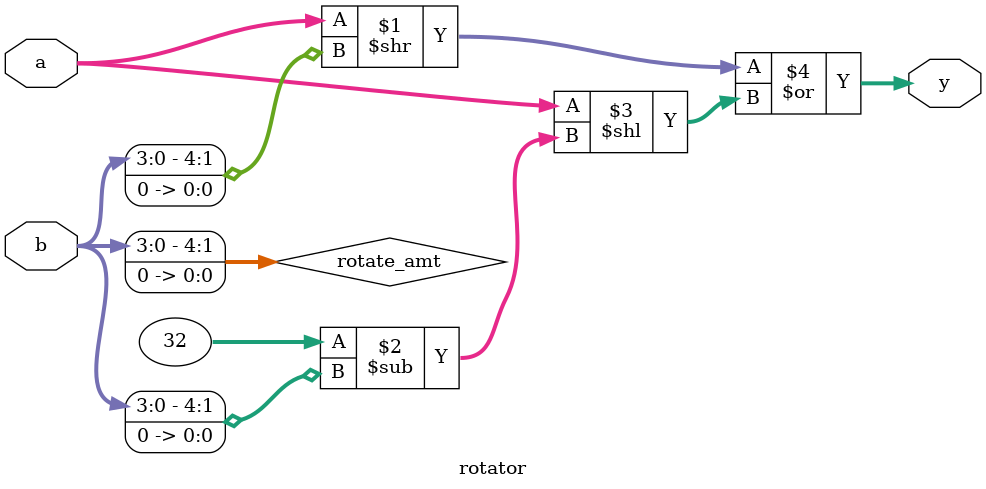
<source format=v>
module rotator(
    input wire [31:0] a,     
    input wire [3:0] b, // 4-bit rotation field from ARM instruction
    output wire [31:0] y    // Rotated result
);
    wire [4:0] rotate_amt = {b, 1'b0}; //amount multiplied by two according to documentation
    assign y = (a >> rotate_amt) | (a << (32 - rotate_amt)); //or sum the bits that got to the left
endmodule
</source>
